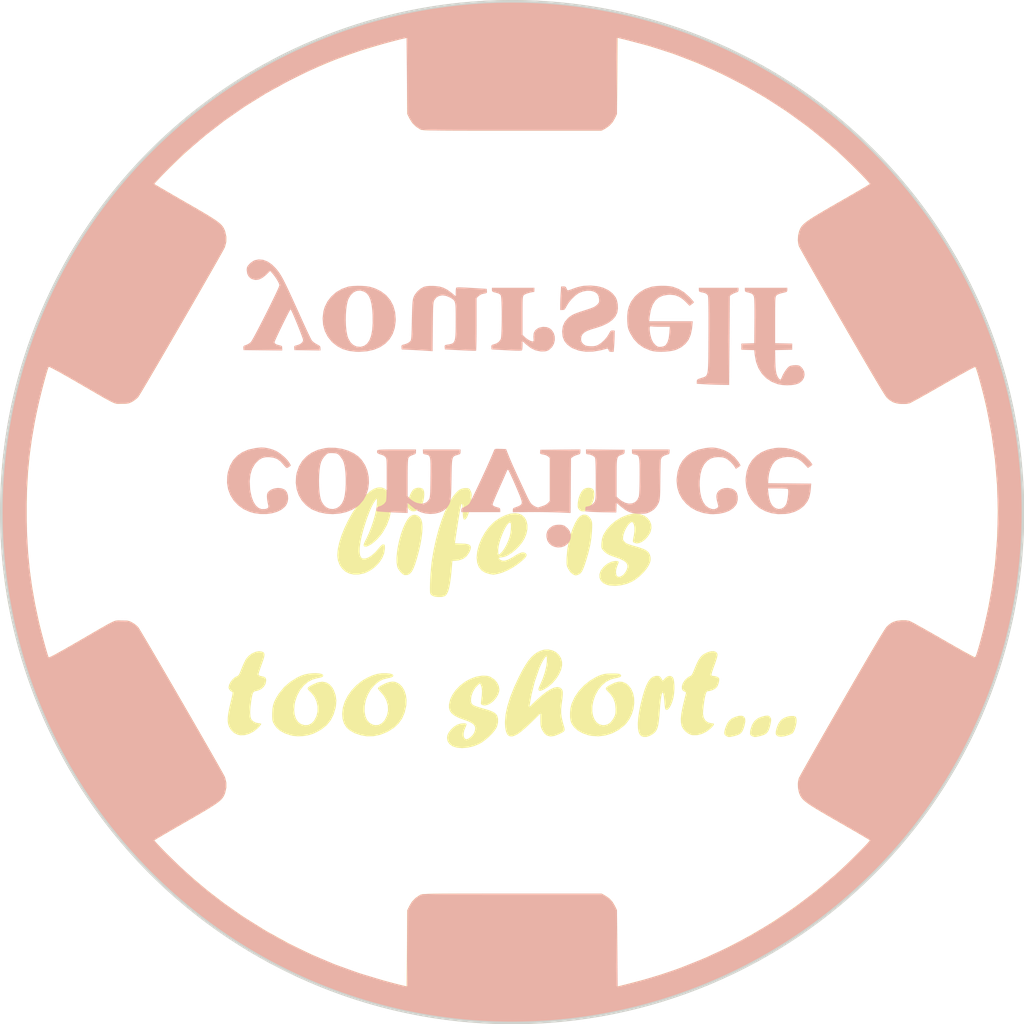
<source format=kicad_pcb>
(kicad_pcb (version 20221018) (generator pcbnew)
  (layers (0 "F.Cu" signal) (31 "B.Cu" signal) (34 "B.Paste" user) (35 "F.Paste" user) (36 "B.SilkS" user "B.Silkscreen") (37 "F.SilkS" user "F.Silkscreen") (38 "B.Mask" user) (39 "F.Mask" user) (44 "Edge.Cuts" user))
  (net 0 "")
  (footprint "life-is-too-short:front1" (layer "F.Cu") (at 177.8 101.6)
    (fp_text reference "G***" hide)
    (fp_text value "LOGO" hide)
  )
  (footprint "life-is-too-short:back1" (layer "B.Cu") (at 177.8 101.6)
    (fp_text reference "G***" hide)
    (fp_text value "LOGO" hide)
  )
  (gr_circle (center 177.8 101.6) (end 197.3 101.6) (stroke (width 0.1)) (fill none) (layer "Edge.Cuts"))
)
</source>
